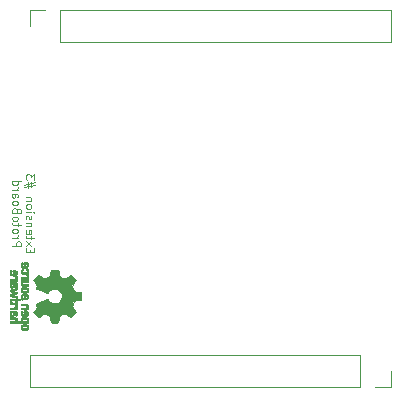
<source format=gbo>
G04 #@! TF.FileFunction,Legend,Bot*
%FSLAX46Y46*%
G04 Gerber Fmt 4.6, Leading zero omitted, Abs format (unit mm)*
G04 Created by KiCad (PCBNEW 4.0.7-e2-6376~60~ubuntu17.10.1) date Wed Nov 29 12:47:57 2017*
%MOMM*%
%LPD*%
G01*
G04 APERTURE LIST*
%ADD10C,0.100000*%
%ADD11C,0.010000*%
%ADD12C,0.120000*%
G04 APERTURE END LIST*
D10*
X147310000Y-110598332D02*
X147310000Y-110364999D01*
X146943333Y-110264999D02*
X146943333Y-110598332D01*
X147643333Y-110598332D01*
X147643333Y-110264999D01*
X146943333Y-110031666D02*
X147410000Y-109664999D01*
X147410000Y-110031666D02*
X146943333Y-109664999D01*
X147410000Y-109498332D02*
X147410000Y-109231666D01*
X147643333Y-109398332D02*
X147043333Y-109398332D01*
X146976667Y-109364999D01*
X146943333Y-109298332D01*
X146943333Y-109231666D01*
X146976667Y-108731666D02*
X146943333Y-108798332D01*
X146943333Y-108931666D01*
X146976667Y-108998332D01*
X147043333Y-109031666D01*
X147310000Y-109031666D01*
X147376667Y-108998332D01*
X147410000Y-108931666D01*
X147410000Y-108798332D01*
X147376667Y-108731666D01*
X147310000Y-108698332D01*
X147243333Y-108698332D01*
X147176667Y-109031666D01*
X147410000Y-108398332D02*
X146943333Y-108398332D01*
X147343333Y-108398332D02*
X147376667Y-108364999D01*
X147410000Y-108298332D01*
X147410000Y-108198332D01*
X147376667Y-108131666D01*
X147310000Y-108098332D01*
X146943333Y-108098332D01*
X146976667Y-107798333D02*
X146943333Y-107731666D01*
X146943333Y-107598333D01*
X146976667Y-107531666D01*
X147043333Y-107498333D01*
X147076667Y-107498333D01*
X147143333Y-107531666D01*
X147176667Y-107598333D01*
X147176667Y-107698333D01*
X147210000Y-107764999D01*
X147276667Y-107798333D01*
X147310000Y-107798333D01*
X147376667Y-107764999D01*
X147410000Y-107698333D01*
X147410000Y-107598333D01*
X147376667Y-107531666D01*
X146943333Y-107198332D02*
X147410000Y-107198332D01*
X147643333Y-107198332D02*
X147610000Y-107231666D01*
X147576667Y-107198332D01*
X147610000Y-107164999D01*
X147643333Y-107198332D01*
X147576667Y-107198332D01*
X146943333Y-106764999D02*
X146976667Y-106831666D01*
X147010000Y-106864999D01*
X147076667Y-106898333D01*
X147276667Y-106898333D01*
X147343333Y-106864999D01*
X147376667Y-106831666D01*
X147410000Y-106764999D01*
X147410000Y-106664999D01*
X147376667Y-106598333D01*
X147343333Y-106564999D01*
X147276667Y-106531666D01*
X147076667Y-106531666D01*
X147010000Y-106564999D01*
X146976667Y-106598333D01*
X146943333Y-106664999D01*
X146943333Y-106764999D01*
X147410000Y-106231666D02*
X146943333Y-106231666D01*
X147343333Y-106231666D02*
X147376667Y-106198333D01*
X147410000Y-106131666D01*
X147410000Y-106031666D01*
X147376667Y-105965000D01*
X147310000Y-105931666D01*
X146943333Y-105931666D01*
X147410000Y-105098334D02*
X147410000Y-104598334D01*
X147710000Y-104898334D02*
X146810000Y-105098334D01*
X147110000Y-104665000D02*
X147110000Y-105165000D01*
X146810000Y-104865000D02*
X147710000Y-104665000D01*
X147643333Y-104431667D02*
X147643333Y-103998334D01*
X147376667Y-104231667D01*
X147376667Y-104131667D01*
X147343333Y-104065000D01*
X147310000Y-104031667D01*
X147243333Y-103998334D01*
X147076667Y-103998334D01*
X147010000Y-104031667D01*
X146976667Y-104065000D01*
X146943333Y-104131667D01*
X146943333Y-104331667D01*
X146976667Y-104398334D01*
X147010000Y-104431667D01*
X145793333Y-110064998D02*
X146493333Y-110064998D01*
X146493333Y-109798332D01*
X146460000Y-109731665D01*
X146426667Y-109698332D01*
X146360000Y-109664998D01*
X146260000Y-109664998D01*
X146193333Y-109698332D01*
X146160000Y-109731665D01*
X146126667Y-109798332D01*
X146126667Y-110064998D01*
X145793333Y-109364998D02*
X146260000Y-109364998D01*
X146126667Y-109364998D02*
X146193333Y-109331665D01*
X146226667Y-109298332D01*
X146260000Y-109231665D01*
X146260000Y-109164998D01*
X145793333Y-108831665D02*
X145826667Y-108898332D01*
X145860000Y-108931665D01*
X145926667Y-108964999D01*
X146126667Y-108964999D01*
X146193333Y-108931665D01*
X146226667Y-108898332D01*
X146260000Y-108831665D01*
X146260000Y-108731665D01*
X146226667Y-108664999D01*
X146193333Y-108631665D01*
X146126667Y-108598332D01*
X145926667Y-108598332D01*
X145860000Y-108631665D01*
X145826667Y-108664999D01*
X145793333Y-108731665D01*
X145793333Y-108831665D01*
X146260000Y-108398332D02*
X146260000Y-108131666D01*
X146493333Y-108298332D02*
X145893333Y-108298332D01*
X145826667Y-108264999D01*
X145793333Y-108198332D01*
X145793333Y-108131666D01*
X145793333Y-107798332D02*
X145826667Y-107864999D01*
X145860000Y-107898332D01*
X145926667Y-107931666D01*
X146126667Y-107931666D01*
X146193333Y-107898332D01*
X146226667Y-107864999D01*
X146260000Y-107798332D01*
X146260000Y-107698332D01*
X146226667Y-107631666D01*
X146193333Y-107598332D01*
X146126667Y-107564999D01*
X145926667Y-107564999D01*
X145860000Y-107598332D01*
X145826667Y-107631666D01*
X145793333Y-107698332D01*
X145793333Y-107798332D01*
X146160000Y-107031666D02*
X146126667Y-106931666D01*
X146093333Y-106898333D01*
X146026667Y-106864999D01*
X145926667Y-106864999D01*
X145860000Y-106898333D01*
X145826667Y-106931666D01*
X145793333Y-106998333D01*
X145793333Y-107264999D01*
X146493333Y-107264999D01*
X146493333Y-107031666D01*
X146460000Y-106964999D01*
X146426667Y-106931666D01*
X146360000Y-106898333D01*
X146293333Y-106898333D01*
X146226667Y-106931666D01*
X146193333Y-106964999D01*
X146160000Y-107031666D01*
X146160000Y-107264999D01*
X145793333Y-106464999D02*
X145826667Y-106531666D01*
X145860000Y-106564999D01*
X145926667Y-106598333D01*
X146126667Y-106598333D01*
X146193333Y-106564999D01*
X146226667Y-106531666D01*
X146260000Y-106464999D01*
X146260000Y-106364999D01*
X146226667Y-106298333D01*
X146193333Y-106264999D01*
X146126667Y-106231666D01*
X145926667Y-106231666D01*
X145860000Y-106264999D01*
X145826667Y-106298333D01*
X145793333Y-106364999D01*
X145793333Y-106464999D01*
X145793333Y-105631666D02*
X146160000Y-105631666D01*
X146226667Y-105665000D01*
X146260000Y-105731666D01*
X146260000Y-105865000D01*
X146226667Y-105931666D01*
X145826667Y-105631666D02*
X145793333Y-105698333D01*
X145793333Y-105865000D01*
X145826667Y-105931666D01*
X145893333Y-105965000D01*
X145960000Y-105965000D01*
X146026667Y-105931666D01*
X146060000Y-105865000D01*
X146060000Y-105698333D01*
X146093333Y-105631666D01*
X145793333Y-105298333D02*
X146260000Y-105298333D01*
X146126667Y-105298333D02*
X146193333Y-105265000D01*
X146226667Y-105231667D01*
X146260000Y-105165000D01*
X146260000Y-105098333D01*
X145793333Y-104565000D02*
X146493333Y-104565000D01*
X145826667Y-104565000D02*
X145793333Y-104631667D01*
X145793333Y-104765000D01*
X145826667Y-104831667D01*
X145860000Y-104865000D01*
X145926667Y-104898334D01*
X146126667Y-104898334D01*
X146193333Y-104865000D01*
X146226667Y-104831667D01*
X146260000Y-104765000D01*
X146260000Y-104631667D01*
X146226667Y-104565000D01*
D11*
G36*
X147120816Y-116208759D02*
X147107718Y-116182247D01*
X147084894Y-116149553D01*
X147060004Y-116125725D01*
X147028751Y-116109406D01*
X146986834Y-116099240D01*
X146929956Y-116093872D01*
X146853816Y-116091944D01*
X146821083Y-116091831D01*
X146749344Y-116092161D01*
X146698073Y-116093527D01*
X146662596Y-116096500D01*
X146638237Y-116101649D01*
X146620320Y-116109543D01*
X146608098Y-116117757D01*
X146556095Y-116170187D01*
X146524816Y-116231930D01*
X146515408Y-116298536D01*
X146529020Y-116365558D01*
X146538646Y-116386792D01*
X146565141Y-116437624D01*
X146149948Y-116437624D01*
X146169132Y-116400525D01*
X146183975Y-116351643D01*
X146187778Y-116291561D01*
X146180757Y-116231564D01*
X146164987Y-116186256D01*
X146134953Y-116148675D01*
X146091976Y-116116564D01*
X146087564Y-116114150D01*
X146066779Y-116103967D01*
X146045830Y-116096530D01*
X146020452Y-116091411D01*
X145986382Y-116088181D01*
X145939359Y-116086413D01*
X145875118Y-116085677D01*
X145802824Y-116085544D01*
X145572178Y-116085544D01*
X145572178Y-116223861D01*
X145997467Y-116223861D01*
X146030021Y-116262549D01*
X146056060Y-116302738D01*
X146060795Y-116340797D01*
X146048611Y-116379066D01*
X146036680Y-116399462D01*
X146019687Y-116414642D01*
X145994005Y-116425438D01*
X145956009Y-116432683D01*
X145902074Y-116437208D01*
X145828575Y-116439844D01*
X145779653Y-116440772D01*
X145578465Y-116443911D01*
X145574664Y-116509926D01*
X145570864Y-116575940D01*
X146819350Y-116575940D01*
X146819350Y-116437624D01*
X146749746Y-116434097D01*
X146701431Y-116422215D01*
X146671369Y-116400020D01*
X146656529Y-116365559D01*
X146653564Y-116330742D01*
X146656972Y-116291329D01*
X146670383Y-116265171D01*
X146688104Y-116248814D01*
X146707165Y-116235937D01*
X146728399Y-116228272D01*
X146758151Y-116224861D01*
X146802764Y-116224749D01*
X146840120Y-116225897D01*
X146896396Y-116228532D01*
X146933342Y-116232456D01*
X146956777Y-116239063D01*
X146972520Y-116249749D01*
X146981620Y-116259833D01*
X147001463Y-116301970D01*
X147004668Y-116351840D01*
X146997832Y-116380476D01*
X146973536Y-116408828D01*
X146926272Y-116427609D01*
X146856376Y-116436712D01*
X146819350Y-116437624D01*
X146819350Y-116575940D01*
X147131386Y-116575940D01*
X147131386Y-116506782D01*
X147129744Y-116465260D01*
X147123913Y-116443838D01*
X147112539Y-116437626D01*
X147112202Y-116437624D01*
X147101062Y-116434742D01*
X147102327Y-116422030D01*
X147114567Y-116396757D01*
X147133293Y-116337869D01*
X147135261Y-116271615D01*
X147120816Y-116208759D01*
X147120816Y-116208759D01*
G37*
X147120816Y-116208759D02*
X147107718Y-116182247D01*
X147084894Y-116149553D01*
X147060004Y-116125725D01*
X147028751Y-116109406D01*
X146986834Y-116099240D01*
X146929956Y-116093872D01*
X146853816Y-116091944D01*
X146821083Y-116091831D01*
X146749344Y-116092161D01*
X146698073Y-116093527D01*
X146662596Y-116096500D01*
X146638237Y-116101649D01*
X146620320Y-116109543D01*
X146608098Y-116117757D01*
X146556095Y-116170187D01*
X146524816Y-116231930D01*
X146515408Y-116298536D01*
X146529020Y-116365558D01*
X146538646Y-116386792D01*
X146565141Y-116437624D01*
X146149948Y-116437624D01*
X146169132Y-116400525D01*
X146183975Y-116351643D01*
X146187778Y-116291561D01*
X146180757Y-116231564D01*
X146164987Y-116186256D01*
X146134953Y-116148675D01*
X146091976Y-116116564D01*
X146087564Y-116114150D01*
X146066779Y-116103967D01*
X146045830Y-116096530D01*
X146020452Y-116091411D01*
X145986382Y-116088181D01*
X145939359Y-116086413D01*
X145875118Y-116085677D01*
X145802824Y-116085544D01*
X145572178Y-116085544D01*
X145572178Y-116223861D01*
X145997467Y-116223861D01*
X146030021Y-116262549D01*
X146056060Y-116302738D01*
X146060795Y-116340797D01*
X146048611Y-116379066D01*
X146036680Y-116399462D01*
X146019687Y-116414642D01*
X145994005Y-116425438D01*
X145956009Y-116432683D01*
X145902074Y-116437208D01*
X145828575Y-116439844D01*
X145779653Y-116440772D01*
X145578465Y-116443911D01*
X145574664Y-116509926D01*
X145570864Y-116575940D01*
X146819350Y-116575940D01*
X146819350Y-116437624D01*
X146749746Y-116434097D01*
X146701431Y-116422215D01*
X146671369Y-116400020D01*
X146656529Y-116365559D01*
X146653564Y-116330742D01*
X146656972Y-116291329D01*
X146670383Y-116265171D01*
X146688104Y-116248814D01*
X146707165Y-116235937D01*
X146728399Y-116228272D01*
X146758151Y-116224861D01*
X146802764Y-116224749D01*
X146840120Y-116225897D01*
X146896396Y-116228532D01*
X146933342Y-116232456D01*
X146956777Y-116239063D01*
X146972520Y-116249749D01*
X146981620Y-116259833D01*
X147001463Y-116301970D01*
X147004668Y-116351840D01*
X146997832Y-116380476D01*
X146973536Y-116408828D01*
X146926272Y-116427609D01*
X146856376Y-116436712D01*
X146819350Y-116437624D01*
X146819350Y-116575940D01*
X147131386Y-116575940D01*
X147131386Y-116506782D01*
X147129744Y-116465260D01*
X147123913Y-116443838D01*
X147112539Y-116437626D01*
X147112202Y-116437624D01*
X147101062Y-116434742D01*
X147102327Y-116422030D01*
X147114567Y-116396757D01*
X147133293Y-116337869D01*
X147135261Y-116271615D01*
X147120816Y-116208759D01*
G36*
X146183445Y-115684210D02*
X146167661Y-115625055D01*
X146139052Y-115580023D01*
X146101581Y-115548246D01*
X146085589Y-115538366D01*
X146068837Y-115531073D01*
X146047408Y-115525974D01*
X146017384Y-115522679D01*
X145974846Y-115520797D01*
X145915878Y-115519937D01*
X145836560Y-115519707D01*
X145815516Y-115519703D01*
X145572178Y-115519703D01*
X145572178Y-115580059D01*
X145574874Y-115618557D01*
X145581705Y-115647023D01*
X145585917Y-115654155D01*
X145593187Y-115673652D01*
X145585917Y-115693566D01*
X145576840Y-115726353D01*
X145573187Y-115773978D01*
X145574772Y-115826764D01*
X145581411Y-115875036D01*
X145589928Y-115903218D01*
X145624937Y-115957753D01*
X145673521Y-115991835D01*
X145738118Y-116007157D01*
X145739777Y-116007299D01*
X145768434Y-116005955D01*
X145768434Y-115884356D01*
X145735839Y-115873726D01*
X145717495Y-115856410D01*
X145703621Y-115821652D01*
X145698083Y-115775773D01*
X145700809Y-115728988D01*
X145711726Y-115691514D01*
X145718731Y-115681015D01*
X145751096Y-115662668D01*
X145787889Y-115658020D01*
X145836237Y-115658020D01*
X145836237Y-115727582D01*
X145831150Y-115793667D01*
X145816737Y-115843764D01*
X145794271Y-115874929D01*
X145768434Y-115884356D01*
X145768434Y-116005955D01*
X145810353Y-116003987D01*
X145866155Y-115980710D01*
X145908353Y-115936948D01*
X145912192Y-115930899D01*
X145924691Y-115904907D01*
X145932260Y-115872735D01*
X145935939Y-115827760D01*
X145936784Y-115774331D01*
X145936831Y-115658020D01*
X145985589Y-115658020D01*
X146023419Y-115662953D01*
X146048764Y-115675543D01*
X146050113Y-115677017D01*
X146061200Y-115705034D01*
X146065497Y-115747326D01*
X146063385Y-115794064D01*
X146055244Y-115835418D01*
X146043035Y-115859957D01*
X146033254Y-115873253D01*
X146031387Y-115887294D01*
X146039400Y-115906671D01*
X146059261Y-115935976D01*
X146092937Y-115979803D01*
X146096091Y-115983825D01*
X146107764Y-115981764D01*
X146127178Y-115964568D01*
X146148752Y-115938433D01*
X146166904Y-115909552D01*
X146171191Y-115900478D01*
X146179744Y-115867380D01*
X146185845Y-115818880D01*
X146188292Y-115764695D01*
X146188297Y-115762161D01*
X146183445Y-115684210D01*
X146183445Y-115684210D01*
G37*
X146183445Y-115684210D02*
X146167661Y-115625055D01*
X146139052Y-115580023D01*
X146101581Y-115548246D01*
X146085589Y-115538366D01*
X146068837Y-115531073D01*
X146047408Y-115525974D01*
X146017384Y-115522679D01*
X145974846Y-115520797D01*
X145915878Y-115519937D01*
X145836560Y-115519707D01*
X145815516Y-115519703D01*
X145572178Y-115519703D01*
X145572178Y-115580059D01*
X145574874Y-115618557D01*
X145581705Y-115647023D01*
X145585917Y-115654155D01*
X145593187Y-115673652D01*
X145585917Y-115693566D01*
X145576840Y-115726353D01*
X145573187Y-115773978D01*
X145574772Y-115826764D01*
X145581411Y-115875036D01*
X145589928Y-115903218D01*
X145624937Y-115957753D01*
X145673521Y-115991835D01*
X145738118Y-116007157D01*
X145739777Y-116007299D01*
X145768434Y-116005955D01*
X145768434Y-115884356D01*
X145735839Y-115873726D01*
X145717495Y-115856410D01*
X145703621Y-115821652D01*
X145698083Y-115775773D01*
X145700809Y-115728988D01*
X145711726Y-115691514D01*
X145718731Y-115681015D01*
X145751096Y-115662668D01*
X145787889Y-115658020D01*
X145836237Y-115658020D01*
X145836237Y-115727582D01*
X145831150Y-115793667D01*
X145816737Y-115843764D01*
X145794271Y-115874929D01*
X145768434Y-115884356D01*
X145768434Y-116005955D01*
X145810353Y-116003987D01*
X145866155Y-115980710D01*
X145908353Y-115936948D01*
X145912192Y-115930899D01*
X145924691Y-115904907D01*
X145932260Y-115872735D01*
X145935939Y-115827760D01*
X145936784Y-115774331D01*
X145936831Y-115658020D01*
X145985589Y-115658020D01*
X146023419Y-115662953D01*
X146048764Y-115675543D01*
X146050113Y-115677017D01*
X146061200Y-115705034D01*
X146065497Y-115747326D01*
X146063385Y-115794064D01*
X146055244Y-115835418D01*
X146043035Y-115859957D01*
X146033254Y-115873253D01*
X146031387Y-115887294D01*
X146039400Y-115906671D01*
X146059261Y-115935976D01*
X146092937Y-115979803D01*
X146096091Y-115983825D01*
X146107764Y-115981764D01*
X146127178Y-115964568D01*
X146148752Y-115938433D01*
X146166904Y-115909552D01*
X146171191Y-115900478D01*
X146179744Y-115867380D01*
X146185845Y-115818880D01*
X146188292Y-115764695D01*
X146188297Y-115762161D01*
X146183445Y-115684210D01*
G36*
X146186980Y-115293356D02*
X146181340Y-115274539D01*
X146168947Y-115268473D01*
X146163353Y-115268218D01*
X146147770Y-115267129D01*
X146145324Y-115259632D01*
X146156007Y-115239381D01*
X146163306Y-115227351D01*
X146178937Y-115189400D01*
X146186666Y-115144072D01*
X146187260Y-115096544D01*
X146181487Y-115051995D01*
X146170116Y-115015602D01*
X146153912Y-114992543D01*
X146133645Y-114987996D01*
X146128157Y-114990291D01*
X146105374Y-115007020D01*
X146077353Y-115032963D01*
X146072823Y-115037655D01*
X146051995Y-115062383D01*
X146045265Y-115083718D01*
X146049962Y-115113555D01*
X146053083Y-115125508D01*
X146060579Y-115162705D01*
X146057208Y-115188859D01*
X146045319Y-115210946D01*
X146029365Y-115231178D01*
X146009300Y-115246079D01*
X145981298Y-115256434D01*
X145941533Y-115263029D01*
X145886177Y-115266649D01*
X145811406Y-115268078D01*
X145766260Y-115268218D01*
X145572178Y-115268218D01*
X145572178Y-115393960D01*
X146188317Y-115393960D01*
X146188317Y-115331089D01*
X146186980Y-115293356D01*
X146186980Y-115293356D01*
G37*
X146186980Y-115293356D02*
X146181340Y-115274539D01*
X146168947Y-115268473D01*
X146163353Y-115268218D01*
X146147770Y-115267129D01*
X146145324Y-115259632D01*
X146156007Y-115239381D01*
X146163306Y-115227351D01*
X146178937Y-115189400D01*
X146186666Y-115144072D01*
X146187260Y-115096544D01*
X146181487Y-115051995D01*
X146170116Y-115015602D01*
X146153912Y-114992543D01*
X146133645Y-114987996D01*
X146128157Y-114990291D01*
X146105374Y-115007020D01*
X146077353Y-115032963D01*
X146072823Y-115037655D01*
X146051995Y-115062383D01*
X146045265Y-115083718D01*
X146049962Y-115113555D01*
X146053083Y-115125508D01*
X146060579Y-115162705D01*
X146057208Y-115188859D01*
X146045319Y-115210946D01*
X146029365Y-115231178D01*
X146009300Y-115246079D01*
X145981298Y-115256434D01*
X145941533Y-115263029D01*
X145886177Y-115266649D01*
X145811406Y-115268078D01*
X145766260Y-115268218D01*
X145572178Y-115268218D01*
X145572178Y-115393960D01*
X146188317Y-115393960D01*
X146188317Y-115331089D01*
X146186980Y-115293356D01*
G36*
X145572178Y-114501188D02*
X145572178Y-114570346D01*
X145573355Y-114610488D01*
X145578228Y-114631394D01*
X145588814Y-114638922D01*
X145595971Y-114639505D01*
X145610324Y-114640774D01*
X145613077Y-114648779D01*
X145604229Y-114669815D01*
X145595971Y-114686173D01*
X145576403Y-114748977D01*
X145575271Y-114817248D01*
X145589865Y-114872752D01*
X145625123Y-114924438D01*
X145677165Y-114963838D01*
X145738550Y-114985413D01*
X145741982Y-114985962D01*
X145779429Y-114989167D01*
X145833187Y-114990761D01*
X145873845Y-114990633D01*
X145873845Y-114853279D01*
X145819806Y-114850097D01*
X145775265Y-114842859D01*
X145750112Y-114833060D01*
X145715740Y-114795989D01*
X145703418Y-114751974D01*
X145713382Y-114706584D01*
X145743105Y-114667797D01*
X145763095Y-114653108D01*
X145786950Y-114644519D01*
X145821770Y-114640496D01*
X145874070Y-114639505D01*
X145925861Y-114641278D01*
X145971366Y-114645963D01*
X146001819Y-114652603D01*
X146004548Y-114653710D01*
X146037000Y-114680491D01*
X146054817Y-114719579D01*
X146057694Y-114763315D01*
X146045326Y-114804038D01*
X146017407Y-114834087D01*
X146011852Y-114837204D01*
X145977978Y-114846961D01*
X145929272Y-114852277D01*
X145873845Y-114853279D01*
X145873845Y-114990633D01*
X145894460Y-114990568D01*
X145927437Y-114989664D01*
X146009019Y-114983514D01*
X146070270Y-114970733D01*
X146115551Y-114949471D01*
X146149221Y-114917878D01*
X146168986Y-114887207D01*
X146182880Y-114844354D01*
X146187646Y-114791056D01*
X146183764Y-114736480D01*
X146171718Y-114689792D01*
X146157307Y-114665124D01*
X146134122Y-114639505D01*
X146427227Y-114639505D01*
X146427227Y-114501188D01*
X145572178Y-114501188D01*
X145572178Y-114501188D01*
G37*
X145572178Y-114501188D02*
X145572178Y-114570346D01*
X145573355Y-114610488D01*
X145578228Y-114631394D01*
X145588814Y-114638922D01*
X145595971Y-114639505D01*
X145610324Y-114640774D01*
X145613077Y-114648779D01*
X145604229Y-114669815D01*
X145595971Y-114686173D01*
X145576403Y-114748977D01*
X145575271Y-114817248D01*
X145589865Y-114872752D01*
X145625123Y-114924438D01*
X145677165Y-114963838D01*
X145738550Y-114985413D01*
X145741982Y-114985962D01*
X145779429Y-114989167D01*
X145833187Y-114990761D01*
X145873845Y-114990633D01*
X145873845Y-114853279D01*
X145819806Y-114850097D01*
X145775265Y-114842859D01*
X145750112Y-114833060D01*
X145715740Y-114795989D01*
X145703418Y-114751974D01*
X145713382Y-114706584D01*
X145743105Y-114667797D01*
X145763095Y-114653108D01*
X145786950Y-114644519D01*
X145821770Y-114640496D01*
X145874070Y-114639505D01*
X145925861Y-114641278D01*
X145971366Y-114645963D01*
X146001819Y-114652603D01*
X146004548Y-114653710D01*
X146037000Y-114680491D01*
X146054817Y-114719579D01*
X146057694Y-114763315D01*
X146045326Y-114804038D01*
X146017407Y-114834087D01*
X146011852Y-114837204D01*
X145977978Y-114846961D01*
X145929272Y-114852277D01*
X145873845Y-114853279D01*
X145873845Y-114990633D01*
X145894460Y-114990568D01*
X145927437Y-114989664D01*
X146009019Y-114983514D01*
X146070270Y-114970733D01*
X146115551Y-114949471D01*
X146149221Y-114917878D01*
X146168986Y-114887207D01*
X146182880Y-114844354D01*
X146187646Y-114791056D01*
X146183764Y-114736480D01*
X146171718Y-114689792D01*
X146157307Y-114665124D01*
X146134122Y-114639505D01*
X146427227Y-114639505D01*
X146427227Y-114501188D01*
X145572178Y-114501188D01*
G36*
X146185763Y-114018476D02*
X146182029Y-113968745D01*
X145792227Y-113838709D01*
X145861386Y-113818322D01*
X145904126Y-113806054D01*
X145961885Y-113789915D01*
X146025375Y-113772488D01*
X146059430Y-113763274D01*
X146188317Y-113728612D01*
X146188317Y-113585609D01*
X146053143Y-113628354D01*
X145986658Y-113649404D01*
X145906461Y-113674833D01*
X145822807Y-113701390D01*
X145748218Y-113725098D01*
X145578465Y-113779098D01*
X145574672Y-113837402D01*
X145570878Y-113895705D01*
X145675266Y-113927321D01*
X145740111Y-113946818D01*
X145811600Y-113968096D01*
X145874737Y-113986692D01*
X145877250Y-113987426D01*
X145920031Y-114001316D01*
X145949221Y-114013571D01*
X145960259Y-114022154D01*
X145958982Y-114023918D01*
X145941870Y-114030109D01*
X145905213Y-114041872D01*
X145853622Y-114057775D01*
X145791706Y-114076386D01*
X145757648Y-114086457D01*
X145572178Y-114140993D01*
X145572178Y-114256736D01*
X145864529Y-114349263D01*
X145946538Y-114375256D01*
X146021013Y-114398934D01*
X146084456Y-114419180D01*
X146133368Y-114434874D01*
X146164251Y-114444898D01*
X146173274Y-114447945D01*
X146182513Y-114445533D01*
X146186559Y-114426592D01*
X146186154Y-114387177D01*
X146185848Y-114381007D01*
X146182029Y-114307914D01*
X146005990Y-114260043D01*
X145941789Y-114242447D01*
X145885351Y-114226723D01*
X145841578Y-114214254D01*
X145815370Y-114206426D01*
X145811097Y-114204980D01*
X145816010Y-114198986D01*
X145841468Y-114186899D01*
X145884003Y-114170107D01*
X145940150Y-114149997D01*
X145990870Y-114132997D01*
X146189496Y-114068206D01*
X146185763Y-114018476D01*
X146185763Y-114018476D01*
G37*
X146185763Y-114018476D02*
X146182029Y-113968745D01*
X145792227Y-113838709D01*
X145861386Y-113818322D01*
X145904126Y-113806054D01*
X145961885Y-113789915D01*
X146025375Y-113772488D01*
X146059430Y-113763274D01*
X146188317Y-113728612D01*
X146188317Y-113585609D01*
X146053143Y-113628354D01*
X145986658Y-113649404D01*
X145906461Y-113674833D01*
X145822807Y-113701390D01*
X145748218Y-113725098D01*
X145578465Y-113779098D01*
X145574672Y-113837402D01*
X145570878Y-113895705D01*
X145675266Y-113927321D01*
X145740111Y-113946818D01*
X145811600Y-113968096D01*
X145874737Y-113986692D01*
X145877250Y-113987426D01*
X145920031Y-114001316D01*
X145949221Y-114013571D01*
X145960259Y-114022154D01*
X145958982Y-114023918D01*
X145941870Y-114030109D01*
X145905213Y-114041872D01*
X145853622Y-114057775D01*
X145791706Y-114076386D01*
X145757648Y-114086457D01*
X145572178Y-114140993D01*
X145572178Y-114256736D01*
X145864529Y-114349263D01*
X145946538Y-114375256D01*
X146021013Y-114398934D01*
X146084456Y-114419180D01*
X146133368Y-114434874D01*
X146164251Y-114444898D01*
X146173274Y-114447945D01*
X146182513Y-114445533D01*
X146186559Y-114426592D01*
X146186154Y-114387177D01*
X146185848Y-114381007D01*
X146182029Y-114307914D01*
X146005990Y-114260043D01*
X145941789Y-114242447D01*
X145885351Y-114226723D01*
X145841578Y-114214254D01*
X145815370Y-114206426D01*
X145811097Y-114204980D01*
X145816010Y-114198986D01*
X145841468Y-114186899D01*
X145884003Y-114170107D01*
X145940150Y-114149997D01*
X145990870Y-114132997D01*
X146189496Y-114068206D01*
X146185763Y-114018476D01*
G36*
X146184583Y-113261589D02*
X146171710Y-113208589D01*
X146164890Y-113193269D01*
X146147026Y-113163572D01*
X146126907Y-113140780D01*
X146101038Y-113123917D01*
X146065927Y-113112002D01*
X146018080Y-113104058D01*
X145954004Y-113099106D01*
X145870206Y-113096169D01*
X145814232Y-113095053D01*
X145572178Y-113090948D01*
X145572178Y-113161068D01*
X145573962Y-113203607D01*
X145580058Y-113225524D01*
X145590294Y-113231188D01*
X145601363Y-113234179D01*
X145599246Y-113247549D01*
X145590371Y-113265767D01*
X145576767Y-113311376D01*
X145573101Y-113369993D01*
X145579097Y-113431646D01*
X145594479Y-113486362D01*
X145596614Y-113491270D01*
X145631745Y-113541277D01*
X145680581Y-113574244D01*
X145737667Y-113589413D01*
X145758176Y-113588254D01*
X145758176Y-113464492D01*
X145730575Y-113453587D01*
X145710796Y-113421255D01*
X145700181Y-113369090D01*
X145698772Y-113341213D01*
X145702380Y-113294753D01*
X145716403Y-113263871D01*
X145723069Y-113256336D01*
X145759334Y-113235924D01*
X145792227Y-113231188D01*
X145836237Y-113231188D01*
X145836237Y-113292487D01*
X145832605Y-113363744D01*
X145821182Y-113413724D01*
X145801176Y-113445304D01*
X145792257Y-113452374D01*
X145758176Y-113464492D01*
X145758176Y-113588254D01*
X145797544Y-113586029D01*
X145854756Y-113563337D01*
X145893420Y-113532376D01*
X145910136Y-113513624D01*
X145921122Y-113495267D01*
X145927820Y-113471381D01*
X145931674Y-113436043D01*
X145934127Y-113383331D01*
X145934832Y-113362423D01*
X145939121Y-113231188D01*
X145978842Y-113231380D01*
X146020595Y-113236463D01*
X146045842Y-113254838D01*
X146061970Y-113291961D01*
X146062258Y-113292957D01*
X146068600Y-113345590D01*
X146060316Y-113397094D01*
X146040173Y-113435370D01*
X146030227Y-113450728D01*
X146031603Y-113467270D01*
X146046013Y-113492725D01*
X146056183Y-113507672D01*
X146077912Y-113536909D01*
X146094200Y-113555020D01*
X146098863Y-113557926D01*
X146122995Y-113545960D01*
X146151815Y-113510604D01*
X146161539Y-113495247D01*
X146178286Y-113451099D01*
X146187773Y-113391602D01*
X146189905Y-113325513D01*
X146184583Y-113261589D01*
X146184583Y-113261589D01*
G37*
X146184583Y-113261589D02*
X146171710Y-113208589D01*
X146164890Y-113193269D01*
X146147026Y-113163572D01*
X146126907Y-113140780D01*
X146101038Y-113123917D01*
X146065927Y-113112002D01*
X146018080Y-113104058D01*
X145954004Y-113099106D01*
X145870206Y-113096169D01*
X145814232Y-113095053D01*
X145572178Y-113090948D01*
X145572178Y-113161068D01*
X145573962Y-113203607D01*
X145580058Y-113225524D01*
X145590294Y-113231188D01*
X145601363Y-113234179D01*
X145599246Y-113247549D01*
X145590371Y-113265767D01*
X145576767Y-113311376D01*
X145573101Y-113369993D01*
X145579097Y-113431646D01*
X145594479Y-113486362D01*
X145596614Y-113491270D01*
X145631745Y-113541277D01*
X145680581Y-113574244D01*
X145737667Y-113589413D01*
X145758176Y-113588254D01*
X145758176Y-113464492D01*
X145730575Y-113453587D01*
X145710796Y-113421255D01*
X145700181Y-113369090D01*
X145698772Y-113341213D01*
X145702380Y-113294753D01*
X145716403Y-113263871D01*
X145723069Y-113256336D01*
X145759334Y-113235924D01*
X145792227Y-113231188D01*
X145836237Y-113231188D01*
X145836237Y-113292487D01*
X145832605Y-113363744D01*
X145821182Y-113413724D01*
X145801176Y-113445304D01*
X145792257Y-113452374D01*
X145758176Y-113464492D01*
X145758176Y-113588254D01*
X145797544Y-113586029D01*
X145854756Y-113563337D01*
X145893420Y-113532376D01*
X145910136Y-113513624D01*
X145921122Y-113495267D01*
X145927820Y-113471381D01*
X145931674Y-113436043D01*
X145934127Y-113383331D01*
X145934832Y-113362423D01*
X145939121Y-113231188D01*
X145978842Y-113231380D01*
X146020595Y-113236463D01*
X146045842Y-113254838D01*
X146061970Y-113291961D01*
X146062258Y-113292957D01*
X146068600Y-113345590D01*
X146060316Y-113397094D01*
X146040173Y-113435370D01*
X146030227Y-113450728D01*
X146031603Y-113467270D01*
X146046013Y-113492725D01*
X146056183Y-113507672D01*
X146077912Y-113536909D01*
X146094200Y-113555020D01*
X146098863Y-113557926D01*
X146122995Y-113545960D01*
X146151815Y-113510604D01*
X146161539Y-113495247D01*
X146178286Y-113451099D01*
X146187773Y-113391602D01*
X146189905Y-113325513D01*
X146184583Y-113261589D01*
G36*
X146188514Y-112664745D02*
X146178985Y-112616405D01*
X146164875Y-112588886D01*
X146141432Y-112559936D01*
X146089429Y-112601124D01*
X146057936Y-112626518D01*
X146042572Y-112643762D01*
X146040224Y-112660898D01*
X146047783Y-112685973D01*
X146052059Y-112697743D01*
X146058369Y-112745730D01*
X146044844Y-112789676D01*
X146014290Y-112821940D01*
X146004548Y-112827181D01*
X145978742Y-112832888D01*
X145931183Y-112837294D01*
X145865242Y-112840189D01*
X145784290Y-112841369D01*
X145772774Y-112841386D01*
X145572178Y-112841386D01*
X145572178Y-112979703D01*
X146188317Y-112979703D01*
X146188317Y-112910544D01*
X146187275Y-112870667D01*
X146182642Y-112849893D01*
X146172151Y-112842211D01*
X146162255Y-112841386D01*
X146136194Y-112841386D01*
X146162255Y-112808255D01*
X146180035Y-112770265D01*
X146188826Y-112719230D01*
X146188514Y-112664745D01*
X146188514Y-112664745D01*
G37*
X146188514Y-112664745D02*
X146178985Y-112616405D01*
X146164875Y-112588886D01*
X146141432Y-112559936D01*
X146089429Y-112601124D01*
X146057936Y-112626518D01*
X146042572Y-112643762D01*
X146040224Y-112660898D01*
X146047783Y-112685973D01*
X146052059Y-112697743D01*
X146058369Y-112745730D01*
X146044844Y-112789676D01*
X146014290Y-112821940D01*
X146004548Y-112827181D01*
X145978742Y-112832888D01*
X145931183Y-112837294D01*
X145865242Y-112840189D01*
X145784290Y-112841369D01*
X145772774Y-112841386D01*
X145572178Y-112841386D01*
X145572178Y-112979703D01*
X146188317Y-112979703D01*
X146188317Y-112910544D01*
X146187275Y-112870667D01*
X146182642Y-112849893D01*
X146172151Y-112842211D01*
X146162255Y-112841386D01*
X146136194Y-112841386D01*
X146162255Y-112808255D01*
X146180035Y-112770265D01*
X146188826Y-112719230D01*
X146188514Y-112664745D01*
G36*
X146185030Y-112267419D02*
X146169403Y-112207315D01*
X146137152Y-112156979D01*
X146113060Y-112132607D01*
X146056105Y-112092655D01*
X145990035Y-112069758D01*
X145908818Y-112061892D01*
X145902252Y-112061852D01*
X145836237Y-112061782D01*
X145836237Y-112441736D01*
X145801658Y-112433637D01*
X145770341Y-112419013D01*
X145737709Y-112393419D01*
X145732500Y-112388065D01*
X145704306Y-112342057D01*
X145699525Y-112289590D01*
X145718074Y-112229197D01*
X145723069Y-112218960D01*
X145738255Y-112187561D01*
X145746906Y-112166530D01*
X145747707Y-112162861D01*
X145739937Y-112150052D01*
X145720928Y-112125622D01*
X145710540Y-112113221D01*
X145686679Y-112087524D01*
X145670923Y-112079085D01*
X145656429Y-112084942D01*
X145652466Y-112088072D01*
X145635121Y-112109275D01*
X145614041Y-112144262D01*
X145601735Y-112168663D01*
X145580054Y-112237928D01*
X145573029Y-112314612D01*
X145581353Y-112387235D01*
X145587314Y-112407574D01*
X145621048Y-112470524D01*
X145672955Y-112517185D01*
X145743541Y-112547827D01*
X145833308Y-112562718D01*
X145880247Y-112564353D01*
X145948587Y-112559579D01*
X145948587Y-112439010D01*
X145943535Y-112427348D01*
X145939571Y-112396002D01*
X145937232Y-112350429D01*
X145936831Y-112319554D01*
X145937217Y-112264019D01*
X145939025Y-112228967D01*
X145943227Y-112209738D01*
X145950797Y-112201670D01*
X145961782Y-112200099D01*
X145995619Y-112210879D01*
X146029060Y-112238020D01*
X146054728Y-112273723D01*
X146065228Y-112309440D01*
X146055914Y-112357952D01*
X146028987Y-112399947D01*
X145990173Y-112429064D01*
X145948587Y-112439010D01*
X145948587Y-112559579D01*
X145979764Y-112557401D01*
X146059051Y-112535945D01*
X146118737Y-112499530D01*
X146159451Y-112447703D01*
X146181821Y-112380010D01*
X146186129Y-112343338D01*
X146185030Y-112267419D01*
X146185030Y-112267419D01*
G37*
X146185030Y-112267419D02*
X146169403Y-112207315D01*
X146137152Y-112156979D01*
X146113060Y-112132607D01*
X146056105Y-112092655D01*
X145990035Y-112069758D01*
X145908818Y-112061892D01*
X145902252Y-112061852D01*
X145836237Y-112061782D01*
X145836237Y-112441736D01*
X145801658Y-112433637D01*
X145770341Y-112419013D01*
X145737709Y-112393419D01*
X145732500Y-112388065D01*
X145704306Y-112342057D01*
X145699525Y-112289590D01*
X145718074Y-112229197D01*
X145723069Y-112218960D01*
X145738255Y-112187561D01*
X145746906Y-112166530D01*
X145747707Y-112162861D01*
X145739937Y-112150052D01*
X145720928Y-112125622D01*
X145710540Y-112113221D01*
X145686679Y-112087524D01*
X145670923Y-112079085D01*
X145656429Y-112084942D01*
X145652466Y-112088072D01*
X145635121Y-112109275D01*
X145614041Y-112144262D01*
X145601735Y-112168663D01*
X145580054Y-112237928D01*
X145573029Y-112314612D01*
X145581353Y-112387235D01*
X145587314Y-112407574D01*
X145621048Y-112470524D01*
X145672955Y-112517185D01*
X145743541Y-112547827D01*
X145833308Y-112562718D01*
X145880247Y-112564353D01*
X145948587Y-112559579D01*
X145948587Y-112439010D01*
X145943535Y-112427348D01*
X145939571Y-112396002D01*
X145937232Y-112350429D01*
X145936831Y-112319554D01*
X145937217Y-112264019D01*
X145939025Y-112228967D01*
X145943227Y-112209738D01*
X145950797Y-112201670D01*
X145961782Y-112200099D01*
X145995619Y-112210879D01*
X146029060Y-112238020D01*
X146054728Y-112273723D01*
X146065228Y-112309440D01*
X146055914Y-112357952D01*
X146028987Y-112399947D01*
X145990173Y-112429064D01*
X145948587Y-112439010D01*
X145948587Y-112559579D01*
X145979764Y-112557401D01*
X146059051Y-112535945D01*
X146118737Y-112499530D01*
X146159451Y-112447703D01*
X146181821Y-112380010D01*
X146186129Y-112343338D01*
X146185030Y-112267419D01*
G36*
X147124852Y-116838261D02*
X147095769Y-116772479D01*
X147047207Y-116722540D01*
X146979092Y-116688374D01*
X146891349Y-116669907D01*
X146877649Y-116668583D01*
X146781061Y-116667546D01*
X146696398Y-116680993D01*
X146627779Y-116708108D01*
X146605706Y-116722627D01*
X146558989Y-116773201D01*
X146528732Y-116837609D01*
X146516176Y-116909666D01*
X146522561Y-116983185D01*
X146542228Y-117039072D01*
X146575371Y-117087132D01*
X146618825Y-117126412D01*
X146619842Y-117127092D01*
X146646662Y-117143044D01*
X146673632Y-117153410D01*
X146707668Y-117159688D01*
X146755690Y-117163373D01*
X146795069Y-117164997D01*
X146830781Y-117165672D01*
X146830781Y-117039955D01*
X146795230Y-117038726D01*
X146747906Y-117034266D01*
X146717535Y-117026397D01*
X146695928Y-117012207D01*
X146683306Y-116998917D01*
X146656878Y-116951802D01*
X146653347Y-116902505D01*
X146672361Y-116856593D01*
X146693669Y-116833638D01*
X146715141Y-116817096D01*
X146735687Y-116807421D01*
X146762426Y-116803174D01*
X146802477Y-116802920D01*
X146839362Y-116804228D01*
X146892053Y-116807043D01*
X146926228Y-116811505D01*
X146948520Y-116819548D01*
X146965558Y-116833103D01*
X146975297Y-116843845D01*
X147000877Y-116888777D01*
X147002153Y-116937249D01*
X146987001Y-116977894D01*
X146955358Y-117012567D01*
X146903380Y-117033224D01*
X146830781Y-117039955D01*
X146830781Y-117165672D01*
X146873379Y-117166479D01*
X146931944Y-117163948D01*
X146975993Y-117156362D01*
X147010752Y-117142681D01*
X147041449Y-117121865D01*
X147050564Y-117114147D01*
X147095979Y-117065889D01*
X147122507Y-117014128D01*
X147133621Y-116950828D01*
X147134529Y-116919961D01*
X147124852Y-116838261D01*
X147124852Y-116838261D01*
G37*
X147124852Y-116838261D02*
X147095769Y-116772479D01*
X147047207Y-116722540D01*
X146979092Y-116688374D01*
X146891349Y-116669907D01*
X146877649Y-116668583D01*
X146781061Y-116667546D01*
X146696398Y-116680993D01*
X146627779Y-116708108D01*
X146605706Y-116722627D01*
X146558989Y-116773201D01*
X146528732Y-116837609D01*
X146516176Y-116909666D01*
X146522561Y-116983185D01*
X146542228Y-117039072D01*
X146575371Y-117087132D01*
X146618825Y-117126412D01*
X146619842Y-117127092D01*
X146646662Y-117143044D01*
X146673632Y-117153410D01*
X146707668Y-117159688D01*
X146755690Y-117163373D01*
X146795069Y-117164997D01*
X146830781Y-117165672D01*
X146830781Y-117039955D01*
X146795230Y-117038726D01*
X146747906Y-117034266D01*
X146717535Y-117026397D01*
X146695928Y-117012207D01*
X146683306Y-116998917D01*
X146656878Y-116951802D01*
X146653347Y-116902505D01*
X146672361Y-116856593D01*
X146693669Y-116833638D01*
X146715141Y-116817096D01*
X146735687Y-116807421D01*
X146762426Y-116803174D01*
X146802477Y-116802920D01*
X146839362Y-116804228D01*
X146892053Y-116807043D01*
X146926228Y-116811505D01*
X146948520Y-116819548D01*
X146965558Y-116833103D01*
X146975297Y-116843845D01*
X147000877Y-116888777D01*
X147002153Y-116937249D01*
X146987001Y-116977894D01*
X146955358Y-117012567D01*
X146903380Y-117033224D01*
X146830781Y-117039955D01*
X146830781Y-117165672D01*
X146873379Y-117166479D01*
X146931944Y-117163948D01*
X146975993Y-117156362D01*
X147010752Y-117142681D01*
X147041449Y-117121865D01*
X147050564Y-117114147D01*
X147095979Y-117065889D01*
X147122507Y-117014128D01*
X147133621Y-116950828D01*
X147134529Y-116919961D01*
X147124852Y-116838261D01*
G36*
X147117386Y-115656699D02*
X147111486Y-115644168D01*
X147079717Y-115600799D01*
X147033354Y-115559790D01*
X146982304Y-115529168D01*
X146958834Y-115520459D01*
X146916909Y-115512512D01*
X146866243Y-115507774D01*
X146845321Y-115507199D01*
X146779307Y-115507129D01*
X146779307Y-115887083D01*
X146744727Y-115878983D01*
X146703830Y-115859104D01*
X146668486Y-115824347D01*
X146645718Y-115782998D01*
X146640990Y-115756649D01*
X146646727Y-115720916D01*
X146661118Y-115678282D01*
X146667738Y-115663799D01*
X146694487Y-115610240D01*
X146659624Y-115564533D01*
X146636045Y-115538158D01*
X146616583Y-115524124D01*
X146610871Y-115523414D01*
X146597027Y-115535951D01*
X146575988Y-115563428D01*
X146559575Y-115588366D01*
X146530070Y-115655664D01*
X146516716Y-115731110D01*
X146520188Y-115805888D01*
X146538337Y-115865495D01*
X146577216Y-115926941D01*
X146628405Y-115970608D01*
X146694633Y-115997926D01*
X146778629Y-116010322D01*
X146817064Y-116011421D01*
X146905139Y-116007022D01*
X146907701Y-116006482D01*
X146907701Y-115880582D01*
X146899442Y-115877115D01*
X146894887Y-115862863D01*
X146892935Y-115833470D01*
X146892483Y-115784575D01*
X146892475Y-115765748D01*
X146893157Y-115708467D01*
X146895636Y-115672141D01*
X146900557Y-115652604D01*
X146908566Y-115645690D01*
X146911138Y-115645445D01*
X146931577Y-115653336D01*
X146960211Y-115673085D01*
X146970237Y-115681575D01*
X146998592Y-115713094D01*
X147009741Y-115745949D01*
X147010673Y-115763651D01*
X146999019Y-115811539D01*
X146967715Y-115851699D01*
X146922248Y-115877173D01*
X146920767Y-115877625D01*
X146907701Y-115880582D01*
X146907701Y-116006482D01*
X146974490Y-115992392D01*
X147029975Y-115966038D01*
X147069361Y-115933807D01*
X147112069Y-115874217D01*
X147134891Y-115804168D01*
X147136954Y-115729661D01*
X147117386Y-115656699D01*
X147117386Y-115656699D01*
G37*
X147117386Y-115656699D02*
X147111486Y-115644168D01*
X147079717Y-115600799D01*
X147033354Y-115559790D01*
X146982304Y-115529168D01*
X146958834Y-115520459D01*
X146916909Y-115512512D01*
X146866243Y-115507774D01*
X146845321Y-115507199D01*
X146779307Y-115507129D01*
X146779307Y-115887083D01*
X146744727Y-115878983D01*
X146703830Y-115859104D01*
X146668486Y-115824347D01*
X146645718Y-115782998D01*
X146640990Y-115756649D01*
X146646727Y-115720916D01*
X146661118Y-115678282D01*
X146667738Y-115663799D01*
X146694487Y-115610240D01*
X146659624Y-115564533D01*
X146636045Y-115538158D01*
X146616583Y-115524124D01*
X146610871Y-115523414D01*
X146597027Y-115535951D01*
X146575988Y-115563428D01*
X146559575Y-115588366D01*
X146530070Y-115655664D01*
X146516716Y-115731110D01*
X146520188Y-115805888D01*
X146538337Y-115865495D01*
X146577216Y-115926941D01*
X146628405Y-115970608D01*
X146694633Y-115997926D01*
X146778629Y-116010322D01*
X146817064Y-116011421D01*
X146905139Y-116007022D01*
X146907701Y-116006482D01*
X146907701Y-115880582D01*
X146899442Y-115877115D01*
X146894887Y-115862863D01*
X146892935Y-115833470D01*
X146892483Y-115784575D01*
X146892475Y-115765748D01*
X146893157Y-115708467D01*
X146895636Y-115672141D01*
X146900557Y-115652604D01*
X146908566Y-115645690D01*
X146911138Y-115645445D01*
X146931577Y-115653336D01*
X146960211Y-115673085D01*
X146970237Y-115681575D01*
X146998592Y-115713094D01*
X147009741Y-115745949D01*
X147010673Y-115763651D01*
X146999019Y-115811539D01*
X146967715Y-115851699D01*
X146922248Y-115877173D01*
X146920767Y-115877625D01*
X146907701Y-115880582D01*
X146907701Y-116006482D01*
X146974490Y-115992392D01*
X147029975Y-115966038D01*
X147069361Y-115933807D01*
X147112069Y-115874217D01*
X147134891Y-115804168D01*
X147136954Y-115729661D01*
X147117386Y-115656699D01*
G36*
X147133548Y-114285983D02*
X147124518Y-114238366D01*
X147105630Y-114188966D01*
X147103223Y-114183688D01*
X147083524Y-114146226D01*
X147065219Y-114120283D01*
X147053492Y-114111897D01*
X147034368Y-114119883D01*
X147006150Y-114139280D01*
X146995616Y-114147890D01*
X146954153Y-114183372D01*
X146981142Y-114229115D01*
X146999122Y-114272650D01*
X147008733Y-114322950D01*
X147009340Y-114371188D01*
X147000309Y-114408533D01*
X146994673Y-114417495D01*
X146968829Y-114434563D01*
X146939059Y-114436637D01*
X146915803Y-114423866D01*
X146911292Y-114416312D01*
X146905691Y-114393675D01*
X146899108Y-114353885D01*
X146892817Y-114304834D01*
X146891830Y-114295785D01*
X146878202Y-114217004D01*
X146855054Y-114159864D01*
X146820248Y-114121970D01*
X146771646Y-114100921D01*
X146712282Y-114094365D01*
X146644802Y-114103423D01*
X146591812Y-114132836D01*
X146553217Y-114182722D01*
X146528919Y-114253200D01*
X146519333Y-114331435D01*
X146519448Y-114395234D01*
X146528155Y-114446984D01*
X146540175Y-114482327D01*
X146561120Y-114526983D01*
X146585426Y-114568253D01*
X146596124Y-114582921D01*
X146626916Y-114620643D01*
X146672951Y-114575148D01*
X146718987Y-114529653D01*
X146684757Y-114477928D01*
X146659048Y-114426048D01*
X146645601Y-114370649D01*
X146644182Y-114317395D01*
X146654557Y-114271951D01*
X146676493Y-114239984D01*
X146695002Y-114229662D01*
X146724686Y-114231211D01*
X146747385Y-114256860D01*
X146763060Y-114306540D01*
X146770305Y-114360969D01*
X146784127Y-114444736D01*
X146810204Y-114506967D01*
X146849301Y-114548493D01*
X146902180Y-114570147D01*
X146964874Y-114573147D01*
X147030358Y-114558329D01*
X147079856Y-114524546D01*
X147113592Y-114471495D01*
X147131793Y-114398874D01*
X147135361Y-114345072D01*
X147133548Y-114285983D01*
X147133548Y-114285983D01*
G37*
X147133548Y-114285983D02*
X147124518Y-114238366D01*
X147105630Y-114188966D01*
X147103223Y-114183688D01*
X147083524Y-114146226D01*
X147065219Y-114120283D01*
X147053492Y-114111897D01*
X147034368Y-114119883D01*
X147006150Y-114139280D01*
X146995616Y-114147890D01*
X146954153Y-114183372D01*
X146981142Y-114229115D01*
X146999122Y-114272650D01*
X147008733Y-114322950D01*
X147009340Y-114371188D01*
X147000309Y-114408533D01*
X146994673Y-114417495D01*
X146968829Y-114434563D01*
X146939059Y-114436637D01*
X146915803Y-114423866D01*
X146911292Y-114416312D01*
X146905691Y-114393675D01*
X146899108Y-114353885D01*
X146892817Y-114304834D01*
X146891830Y-114295785D01*
X146878202Y-114217004D01*
X146855054Y-114159864D01*
X146820248Y-114121970D01*
X146771646Y-114100921D01*
X146712282Y-114094365D01*
X146644802Y-114103423D01*
X146591812Y-114132836D01*
X146553217Y-114182722D01*
X146528919Y-114253200D01*
X146519333Y-114331435D01*
X146519448Y-114395234D01*
X146528155Y-114446984D01*
X146540175Y-114482327D01*
X146561120Y-114526983D01*
X146585426Y-114568253D01*
X146596124Y-114582921D01*
X146626916Y-114620643D01*
X146672951Y-114575148D01*
X146718987Y-114529653D01*
X146684757Y-114477928D01*
X146659048Y-114426048D01*
X146645601Y-114370649D01*
X146644182Y-114317395D01*
X146654557Y-114271951D01*
X146676493Y-114239984D01*
X146695002Y-114229662D01*
X146724686Y-114231211D01*
X146747385Y-114256860D01*
X146763060Y-114306540D01*
X146770305Y-114360969D01*
X146784127Y-114444736D01*
X146810204Y-114506967D01*
X146849301Y-114548493D01*
X146902180Y-114570147D01*
X146964874Y-114573147D01*
X147030358Y-114558329D01*
X147079856Y-114524546D01*
X147113592Y-114471495D01*
X147131793Y-114398874D01*
X147135361Y-114345072D01*
X147133548Y-114285983D01*
G36*
X147123945Y-113689238D02*
X147089308Y-113625637D01*
X147034628Y-113575877D01*
X146990158Y-113552432D01*
X146950879Y-113542366D01*
X146894884Y-113535844D01*
X146830379Y-113533049D01*
X146765571Y-113534164D01*
X146708666Y-113539374D01*
X146678273Y-113545459D01*
X146636694Y-113565986D01*
X146592532Y-113601537D01*
X146553913Y-113644381D01*
X146528966Y-113686789D01*
X146528570Y-113687823D01*
X146517669Y-113740447D01*
X146517399Y-113802812D01*
X146527324Y-113862076D01*
X146535278Y-113884960D01*
X146568700Y-113943898D01*
X146612489Y-113986110D01*
X146670462Y-114013844D01*
X146746435Y-114029349D01*
X146786229Y-114032857D01*
X146836234Y-114032410D01*
X146836234Y-113897624D01*
X146763268Y-113893083D01*
X146707666Y-113880014D01*
X146672139Y-113859244D01*
X146661980Y-113844448D01*
X146654896Y-113806536D01*
X146656993Y-113761473D01*
X146667188Y-113722513D01*
X146672796Y-113712296D01*
X146705462Y-113685341D01*
X146755455Y-113667549D01*
X146816295Y-113659976D01*
X146881503Y-113663675D01*
X146920747Y-113671943D01*
X146966195Y-113695680D01*
X146994604Y-113733151D01*
X147004427Y-113778280D01*
X146994113Y-113824989D01*
X146968888Y-113860868D01*
X146948075Y-113879723D01*
X146927561Y-113890728D01*
X146899797Y-113895974D01*
X146857238Y-113897551D01*
X146836234Y-113897624D01*
X146836234Y-114032410D01*
X146892420Y-114031906D01*
X146979499Y-114014612D01*
X147047470Y-113980971D01*
X147096336Y-113930982D01*
X147126101Y-113864644D01*
X147129552Y-113850399D01*
X147137655Y-113764790D01*
X147123945Y-113689238D01*
X147123945Y-113689238D01*
G37*
X147123945Y-113689238D02*
X147089308Y-113625637D01*
X147034628Y-113575877D01*
X146990158Y-113552432D01*
X146950879Y-113542366D01*
X146894884Y-113535844D01*
X146830379Y-113533049D01*
X146765571Y-113534164D01*
X146708666Y-113539374D01*
X146678273Y-113545459D01*
X146636694Y-113565986D01*
X146592532Y-113601537D01*
X146553913Y-113644381D01*
X146528966Y-113686789D01*
X146528570Y-113687823D01*
X146517669Y-113740447D01*
X146517399Y-113802812D01*
X146527324Y-113862076D01*
X146535278Y-113884960D01*
X146568700Y-113943898D01*
X146612489Y-113986110D01*
X146670462Y-114013844D01*
X146746435Y-114029349D01*
X146786229Y-114032857D01*
X146836234Y-114032410D01*
X146836234Y-113897624D01*
X146763268Y-113893083D01*
X146707666Y-113880014D01*
X146672139Y-113859244D01*
X146661980Y-113844448D01*
X146654896Y-113806536D01*
X146656993Y-113761473D01*
X146667188Y-113722513D01*
X146672796Y-113712296D01*
X146705462Y-113685341D01*
X146755455Y-113667549D01*
X146816295Y-113659976D01*
X146881503Y-113663675D01*
X146920747Y-113671943D01*
X146966195Y-113695680D01*
X146994604Y-113733151D01*
X147004427Y-113778280D01*
X146994113Y-113824989D01*
X146968888Y-113860868D01*
X146948075Y-113879723D01*
X146927561Y-113890728D01*
X146899797Y-113895974D01*
X146857238Y-113897551D01*
X146836234Y-113897624D01*
X146836234Y-114032410D01*
X146892420Y-114031906D01*
X146979499Y-114014612D01*
X147047470Y-113980971D01*
X147096336Y-113930982D01*
X147126101Y-113864644D01*
X147129552Y-113850399D01*
X147137655Y-113764790D01*
X147123945Y-113689238D01*
G36*
X146935658Y-113306633D02*
X146843437Y-113305445D01*
X146773390Y-113301103D01*
X146722619Y-113292442D01*
X146688228Y-113278296D01*
X146667321Y-113257500D01*
X146657000Y-113228890D01*
X146654364Y-113193465D01*
X146657318Y-113156364D01*
X146668111Y-113128182D01*
X146689640Y-113107757D01*
X146724801Y-113093921D01*
X146776490Y-113085509D01*
X146847606Y-113081357D01*
X146935658Y-113080297D01*
X147131386Y-113080297D01*
X147131386Y-112941980D01*
X146527821Y-112941980D01*
X146527821Y-113011138D01*
X146529511Y-113052830D01*
X146535444Y-113074299D01*
X146546707Y-113080297D01*
X146556739Y-113083909D01*
X146554617Y-113098286D01*
X146540420Y-113127264D01*
X146518520Y-113193681D01*
X146520072Y-113264125D01*
X146543853Y-113331623D01*
X146562638Y-113363767D01*
X146582978Y-113388285D01*
X146608427Y-113406196D01*
X146642542Y-113418521D01*
X146688879Y-113426277D01*
X146750993Y-113430484D01*
X146832439Y-113432160D01*
X146895422Y-113432376D01*
X147131386Y-113432376D01*
X147131386Y-113306633D01*
X146935658Y-113306633D01*
X146935658Y-113306633D01*
G37*
X146935658Y-113306633D02*
X146843437Y-113305445D01*
X146773390Y-113301103D01*
X146722619Y-113292442D01*
X146688228Y-113278296D01*
X146667321Y-113257500D01*
X146657000Y-113228890D01*
X146654364Y-113193465D01*
X146657318Y-113156364D01*
X146668111Y-113128182D01*
X146689640Y-113107757D01*
X146724801Y-113093921D01*
X146776490Y-113085509D01*
X146847606Y-113081357D01*
X146935658Y-113080297D01*
X147131386Y-113080297D01*
X147131386Y-112941980D01*
X146527821Y-112941980D01*
X146527821Y-113011138D01*
X146529511Y-113052830D01*
X146535444Y-113074299D01*
X146546707Y-113080297D01*
X146556739Y-113083909D01*
X146554617Y-113098286D01*
X146540420Y-113127264D01*
X146518520Y-113193681D01*
X146520072Y-113264125D01*
X146543853Y-113331623D01*
X146562638Y-113363767D01*
X146582978Y-113388285D01*
X146608427Y-113406196D01*
X146642542Y-113418521D01*
X146688879Y-113426277D01*
X146750993Y-113430484D01*
X146832439Y-113432160D01*
X146895422Y-113432376D01*
X147131386Y-113432376D01*
X147131386Y-113306633D01*
X146935658Y-113306633D01*
G36*
X147126120Y-112082774D02*
X147095170Y-112009920D01*
X147080105Y-111986973D01*
X147056952Y-111957646D01*
X147038747Y-111939236D01*
X147032817Y-111936039D01*
X147019660Y-111945065D01*
X146997333Y-111968163D01*
X146981750Y-111986656D01*
X146941074Y-112037272D01*
X146974705Y-112077240D01*
X146996416Y-112108126D01*
X147003910Y-112138241D01*
X147002080Y-112172708D01*
X146988472Y-112227439D01*
X146960228Y-112265114D01*
X146914567Y-112288009D01*
X146848711Y-112298403D01*
X146848669Y-112298405D01*
X146775061Y-112297506D01*
X146721054Y-112283537D01*
X146684284Y-112255672D01*
X146671832Y-112236675D01*
X146656327Y-112186224D01*
X146656317Y-112132337D01*
X146671362Y-112085454D01*
X146678713Y-112074356D01*
X146697489Y-112046524D01*
X146700566Y-112024764D01*
X146686591Y-112001296D01*
X146661490Y-111975351D01*
X146619120Y-111934284D01*
X146581536Y-111979879D01*
X146539118Y-112050326D01*
X146518215Y-112129767D01*
X146519728Y-112212785D01*
X146533589Y-112267306D01*
X146567865Y-112331030D01*
X146621788Y-112381995D01*
X146659851Y-112405149D01*
X146714464Y-112423901D01*
X146783631Y-112433285D01*
X146858593Y-112433357D01*
X146930591Y-112424176D01*
X146990863Y-112405801D01*
X146997042Y-112402907D01*
X147057649Y-112360048D01*
X147101776Y-112302021D01*
X147128507Y-112233409D01*
X147136927Y-112158799D01*
X147126120Y-112082774D01*
X147126120Y-112082774D01*
G37*
X147126120Y-112082774D02*
X147095170Y-112009920D01*
X147080105Y-111986973D01*
X147056952Y-111957646D01*
X147038747Y-111939236D01*
X147032817Y-111936039D01*
X147019660Y-111945065D01*
X146997333Y-111968163D01*
X146981750Y-111986656D01*
X146941074Y-112037272D01*
X146974705Y-112077240D01*
X146996416Y-112108126D01*
X147003910Y-112138241D01*
X147002080Y-112172708D01*
X146988472Y-112227439D01*
X146960228Y-112265114D01*
X146914567Y-112288009D01*
X146848711Y-112298403D01*
X146848669Y-112298405D01*
X146775061Y-112297506D01*
X146721054Y-112283537D01*
X146684284Y-112255672D01*
X146671832Y-112236675D01*
X146656327Y-112186224D01*
X146656317Y-112132337D01*
X146671362Y-112085454D01*
X146678713Y-112074356D01*
X146697489Y-112046524D01*
X146700566Y-112024764D01*
X146686591Y-112001296D01*
X146661490Y-111975351D01*
X146619120Y-111934284D01*
X146581536Y-111979879D01*
X146539118Y-112050326D01*
X146518215Y-112129767D01*
X146519728Y-112212785D01*
X146533589Y-112267306D01*
X146567865Y-112331030D01*
X146621788Y-112381995D01*
X146659851Y-112405149D01*
X146714464Y-112423901D01*
X146783631Y-112433285D01*
X146858593Y-112433357D01*
X146930591Y-112424176D01*
X146990863Y-112405801D01*
X146997042Y-112402907D01*
X147057649Y-112360048D01*
X147101776Y-112302021D01*
X147128507Y-112233409D01*
X147136927Y-112158799D01*
X147126120Y-112082774D01*
G36*
X147133543Y-111622102D02*
X147125721Y-111589904D01*
X147097079Y-111528175D01*
X147053333Y-111475390D01*
X147000883Y-111438859D01*
X146989107Y-111433840D01*
X146958260Y-111426955D01*
X146912629Y-111422136D01*
X146866508Y-111420495D01*
X146779307Y-111420495D01*
X146779307Y-111602822D01*
X146779022Y-111678021D01*
X146777296Y-111730997D01*
X146772819Y-111764675D01*
X146764280Y-111781980D01*
X146750370Y-111785837D01*
X146729778Y-111779171D01*
X146705685Y-111767230D01*
X146665475Y-111733920D01*
X146645442Y-111687632D01*
X146646095Y-111631056D01*
X146667899Y-111566969D01*
X146694807Y-111511583D01*
X146658468Y-111465625D01*
X146622128Y-111419667D01*
X146582181Y-111462904D01*
X146544437Y-111520626D01*
X146521680Y-111591614D01*
X146515312Y-111667971D01*
X146526732Y-111741801D01*
X146530607Y-111753713D01*
X146564494Y-111818601D01*
X146615014Y-111866870D01*
X146683675Y-111899535D01*
X146771986Y-111917615D01*
X146773879Y-111917825D01*
X146870122Y-111919444D01*
X146904458Y-111912900D01*
X146904458Y-111785148D01*
X146899178Y-111773416D01*
X146895133Y-111741562D01*
X146892824Y-111694603D01*
X146892475Y-111664846D01*
X146892694Y-111609352D01*
X146894084Y-111574654D01*
X146897749Y-111556399D01*
X146904790Y-111550234D01*
X146916310Y-111551805D01*
X146920767Y-111553122D01*
X146962645Y-111575618D01*
X146996396Y-111610997D01*
X147011227Y-111642220D01*
X147010332Y-111683699D01*
X146991836Y-111725731D01*
X146961214Y-111760988D01*
X146923938Y-111782146D01*
X146904458Y-111785148D01*
X146904458Y-111912900D01*
X146954771Y-111903310D01*
X147025809Y-111871302D01*
X147081221Y-111825299D01*
X147118991Y-111767179D01*
X147137104Y-111698820D01*
X147133543Y-111622102D01*
X147133543Y-111622102D01*
G37*
X147133543Y-111622102D02*
X147125721Y-111589904D01*
X147097079Y-111528175D01*
X147053333Y-111475390D01*
X147000883Y-111438859D01*
X146989107Y-111433840D01*
X146958260Y-111426955D01*
X146912629Y-111422136D01*
X146866508Y-111420495D01*
X146779307Y-111420495D01*
X146779307Y-111602822D01*
X146779022Y-111678021D01*
X146777296Y-111730997D01*
X146772819Y-111764675D01*
X146764280Y-111781980D01*
X146750370Y-111785837D01*
X146729778Y-111779171D01*
X146705685Y-111767230D01*
X146665475Y-111733920D01*
X146645442Y-111687632D01*
X146646095Y-111631056D01*
X146667899Y-111566969D01*
X146694807Y-111511583D01*
X146658468Y-111465625D01*
X146622128Y-111419667D01*
X146582181Y-111462904D01*
X146544437Y-111520626D01*
X146521680Y-111591614D01*
X146515312Y-111667971D01*
X146526732Y-111741801D01*
X146530607Y-111753713D01*
X146564494Y-111818601D01*
X146615014Y-111866870D01*
X146683675Y-111899535D01*
X146771986Y-111917615D01*
X146773879Y-111917825D01*
X146870122Y-111919444D01*
X146904458Y-111912900D01*
X146904458Y-111785148D01*
X146899178Y-111773416D01*
X146895133Y-111741562D01*
X146892824Y-111694603D01*
X146892475Y-111664846D01*
X146892694Y-111609352D01*
X146894084Y-111574654D01*
X146897749Y-111556399D01*
X146904790Y-111550234D01*
X146916310Y-111551805D01*
X146920767Y-111553122D01*
X146962645Y-111575618D01*
X146996396Y-111610997D01*
X147011227Y-111642220D01*
X147010332Y-111683699D01*
X146991836Y-111725731D01*
X146961214Y-111760988D01*
X146923938Y-111782146D01*
X146904458Y-111785148D01*
X146904458Y-111912900D01*
X146954771Y-111903310D01*
X147025809Y-111871302D01*
X147081221Y-111825299D01*
X147118991Y-111767179D01*
X147137104Y-111698820D01*
X147133543Y-111622102D01*
G36*
X147120998Y-115054012D02*
X147106050Y-115022717D01*
X147084459Y-114992409D01*
X147059609Y-114969318D01*
X147027913Y-114952500D01*
X146985786Y-114941006D01*
X146929642Y-114933891D01*
X146855894Y-114930207D01*
X146760956Y-114929008D01*
X146751015Y-114928989D01*
X146527821Y-114928713D01*
X146527821Y-115067030D01*
X146733582Y-115067030D01*
X146809811Y-115067128D01*
X146865061Y-115067809D01*
X146903499Y-115069651D01*
X146929294Y-115073233D01*
X146946616Y-115079132D01*
X146959632Y-115087927D01*
X146972493Y-115100180D01*
X147000127Y-115143047D01*
X147005255Y-115189843D01*
X146987783Y-115234424D01*
X146974779Y-115249928D01*
X146962553Y-115261310D01*
X146949460Y-115269481D01*
X146931385Y-115274974D01*
X146904213Y-115278320D01*
X146863830Y-115280051D01*
X146806121Y-115280697D01*
X146735868Y-115280792D01*
X146527821Y-115280792D01*
X146527821Y-115419109D01*
X147131386Y-115419109D01*
X147131386Y-115349950D01*
X147129744Y-115308428D01*
X147123913Y-115287006D01*
X147112539Y-115280795D01*
X147112202Y-115280792D01*
X147101062Y-115277910D01*
X147102326Y-115265199D01*
X147114566Y-115239926D01*
X147132576Y-115182605D01*
X147134579Y-115117037D01*
X147120998Y-115054012D01*
X147120998Y-115054012D01*
G37*
X147120998Y-115054012D02*
X147106050Y-115022717D01*
X147084459Y-114992409D01*
X147059609Y-114969318D01*
X147027913Y-114952500D01*
X146985786Y-114941006D01*
X146929642Y-114933891D01*
X146855894Y-114930207D01*
X146760956Y-114929008D01*
X146751015Y-114928989D01*
X146527821Y-114928713D01*
X146527821Y-115067030D01*
X146733582Y-115067030D01*
X146809811Y-115067128D01*
X146865061Y-115067809D01*
X146903499Y-115069651D01*
X146929294Y-115073233D01*
X146946616Y-115079132D01*
X146959632Y-115087927D01*
X146972493Y-115100180D01*
X147000127Y-115143047D01*
X147005255Y-115189843D01*
X146987783Y-115234424D01*
X146974779Y-115249928D01*
X146962553Y-115261310D01*
X146949460Y-115269481D01*
X146931385Y-115274974D01*
X146904213Y-115278320D01*
X146863830Y-115280051D01*
X146806121Y-115280697D01*
X146735868Y-115280792D01*
X146527821Y-115280792D01*
X146527821Y-115419109D01*
X147131386Y-115419109D01*
X147131386Y-115349950D01*
X147129744Y-115308428D01*
X147123913Y-115287006D01*
X147112539Y-115280795D01*
X147112202Y-115280792D01*
X147101062Y-115277910D01*
X147102326Y-115265199D01*
X147114566Y-115239926D01*
X147132576Y-115182605D01*
X147134579Y-115117037D01*
X147120998Y-115054012D01*
G36*
X147131970Y-112500540D02*
X147118755Y-112457289D01*
X147102059Y-112429442D01*
X147088855Y-112420371D01*
X147073203Y-112422868D01*
X147048615Y-112439069D01*
X147031200Y-112452768D01*
X146999717Y-112481008D01*
X146986471Y-112502225D01*
X146987336Y-112520312D01*
X147000990Y-112573965D01*
X147000370Y-112613370D01*
X146984896Y-112645368D01*
X146975839Y-112656110D01*
X146943973Y-112690495D01*
X146527821Y-112690495D01*
X146527821Y-112828812D01*
X147131386Y-112828812D01*
X147131386Y-112759653D01*
X147129744Y-112718131D01*
X147123913Y-112696709D01*
X147112539Y-112690498D01*
X147112202Y-112690495D01*
X147100287Y-112687561D01*
X147101841Y-112674296D01*
X147110437Y-112655916D01*
X147126432Y-112617954D01*
X147136055Y-112587128D01*
X147138522Y-112547464D01*
X147131970Y-112500540D01*
X147131970Y-112500540D01*
G37*
X147131970Y-112500540D02*
X147118755Y-112457289D01*
X147102059Y-112429442D01*
X147088855Y-112420371D01*
X147073203Y-112422868D01*
X147048615Y-112439069D01*
X147031200Y-112452768D01*
X146999717Y-112481008D01*
X146986471Y-112502225D01*
X146987336Y-112520312D01*
X147000990Y-112573965D01*
X147000370Y-112613370D01*
X146984896Y-112645368D01*
X146975839Y-112656110D01*
X146943973Y-112690495D01*
X146527821Y-112690495D01*
X146527821Y-112828812D01*
X147131386Y-112828812D01*
X147131386Y-112759653D01*
X147129744Y-112718131D01*
X147123913Y-112696709D01*
X147112539Y-112690498D01*
X147112202Y-112690495D01*
X147100287Y-112687561D01*
X147101841Y-112674296D01*
X147110437Y-112655916D01*
X147126432Y-112617954D01*
X147136055Y-112587128D01*
X147138522Y-112547464D01*
X147131970Y-112500540D01*
G36*
X151299982Y-113923036D02*
X150998430Y-113866188D01*
X150825488Y-113446662D01*
X150996605Y-113195016D01*
X151044250Y-113124542D01*
X151086790Y-113060837D01*
X151122285Y-113006874D01*
X151148790Y-112965627D01*
X151164364Y-112940066D01*
X151167722Y-112933105D01*
X151159086Y-112920565D01*
X151135208Y-112893769D01*
X151099141Y-112855720D01*
X151053933Y-112809421D01*
X151002636Y-112757877D01*
X150948299Y-112704091D01*
X150893972Y-112651065D01*
X150842705Y-112601805D01*
X150797549Y-112559313D01*
X150761554Y-112526593D01*
X150737770Y-112506649D01*
X150729810Y-112501881D01*
X150715135Y-112508743D01*
X150682986Y-112527980D01*
X150636508Y-112557570D01*
X150578844Y-112595490D01*
X150513140Y-112639718D01*
X150475664Y-112665346D01*
X150407232Y-112712059D01*
X150345480Y-112753568D01*
X150293481Y-112787860D01*
X150254308Y-112812920D01*
X150231035Y-112826736D01*
X150226145Y-112828812D01*
X150212245Y-112824105D01*
X150179850Y-112811277D01*
X150133515Y-112792262D01*
X150077794Y-112768997D01*
X150017242Y-112743416D01*
X149956414Y-112717455D01*
X149899864Y-112693050D01*
X149852148Y-112672137D01*
X149817819Y-112656651D01*
X149801432Y-112648528D01*
X149800788Y-112648048D01*
X149797659Y-112635293D01*
X149790679Y-112601323D01*
X149780533Y-112549660D01*
X149767908Y-112483824D01*
X149753491Y-112407336D01*
X149745177Y-112362710D01*
X149729616Y-112280979D01*
X149714808Y-112207157D01*
X149701564Y-112144979D01*
X149690695Y-112098178D01*
X149683011Y-112070491D01*
X149680573Y-112064926D01*
X149664070Y-112059474D01*
X149626800Y-112055076D01*
X149573120Y-112051728D01*
X149507388Y-112049426D01*
X149433963Y-112048168D01*
X149357204Y-112047952D01*
X149281468Y-112048773D01*
X149211114Y-112050629D01*
X149150500Y-112053518D01*
X149103984Y-112057435D01*
X149075925Y-112062378D01*
X149070084Y-112065343D01*
X149063083Y-112083066D01*
X149053073Y-112120619D01*
X149041231Y-112173036D01*
X149028733Y-112235348D01*
X149024690Y-112257100D01*
X149005480Y-112361976D01*
X148990009Y-112444820D01*
X148977663Y-112508370D01*
X148967827Y-112555363D01*
X148959886Y-112588537D01*
X148953224Y-112610629D01*
X148947227Y-112624376D01*
X148941281Y-112632516D01*
X148940106Y-112633655D01*
X148921174Y-112645023D01*
X148884331Y-112662365D01*
X148834087Y-112683950D01*
X148774954Y-112708046D01*
X148711444Y-112732921D01*
X148648068Y-112756843D01*
X148589338Y-112778081D01*
X148539765Y-112794903D01*
X148503861Y-112805578D01*
X148486138Y-112808373D01*
X148485517Y-112808140D01*
X148471030Y-112798669D01*
X148439156Y-112777182D01*
X148393211Y-112745937D01*
X148336515Y-112707193D01*
X148272383Y-112663207D01*
X148254158Y-112650681D01*
X148188086Y-112606016D01*
X148127800Y-112566712D01*
X148076765Y-112534912D01*
X148038440Y-112512755D01*
X148016289Y-112502383D01*
X148013568Y-112501881D01*
X147999264Y-112510595D01*
X147970928Y-112534675D01*
X147931604Y-112571024D01*
X147884339Y-112616547D01*
X147832177Y-112668148D01*
X147778165Y-112722733D01*
X147725347Y-112777206D01*
X147676769Y-112828471D01*
X147635477Y-112873433D01*
X147604515Y-112908996D01*
X147586930Y-112932065D01*
X147584059Y-112938446D01*
X147590822Y-112953301D01*
X147609061Y-112983714D01*
X147635703Y-113024732D01*
X147657148Y-113056291D01*
X147696497Y-113113475D01*
X147742829Y-113181194D01*
X147789087Y-113249120D01*
X147813845Y-113285639D01*
X147897453Y-113409248D01*
X147841350Y-113513009D01*
X147816772Y-113560280D01*
X147797669Y-113600477D01*
X147786773Y-113627674D01*
X147785257Y-113634598D01*
X147796451Y-113642923D01*
X147828083Y-113659346D01*
X147877235Y-113682643D01*
X147940990Y-113711586D01*
X148016429Y-113744950D01*
X148100636Y-113781509D01*
X148190692Y-113820036D01*
X148283679Y-113859306D01*
X148376680Y-113898092D01*
X148466777Y-113935170D01*
X148551052Y-113969311D01*
X148626587Y-113999292D01*
X148690466Y-114023884D01*
X148739769Y-114041864D01*
X148771579Y-114052003D01*
X148782504Y-114053634D01*
X148796439Y-114040709D01*
X148819060Y-114012411D01*
X148845667Y-113974654D01*
X148847772Y-113971485D01*
X148925886Y-113873900D01*
X149017018Y-113795214D01*
X149118255Y-113736109D01*
X149226682Y-113697268D01*
X149339386Y-113679372D01*
X149453452Y-113683103D01*
X149565966Y-113709143D01*
X149674015Y-113758175D01*
X149697655Y-113772600D01*
X149793113Y-113847631D01*
X149869768Y-113936270D01*
X149927220Y-114035451D01*
X149965071Y-114142105D01*
X149982922Y-114253164D01*
X149980375Y-114365561D01*
X149957030Y-114476227D01*
X149912490Y-114582094D01*
X149846355Y-114680095D01*
X149819513Y-114710410D01*
X149735488Y-114787562D01*
X149647034Y-114843782D01*
X149547885Y-114882347D01*
X149449697Y-114903826D01*
X149339303Y-114909128D01*
X149228360Y-114891448D01*
X149120619Y-114852581D01*
X149019831Y-114794323D01*
X148929744Y-114718469D01*
X148854108Y-114626817D01*
X148846136Y-114614772D01*
X148820026Y-114576611D01*
X148797405Y-114547601D01*
X148782961Y-114533732D01*
X148782504Y-114533531D01*
X148766879Y-114536508D01*
X148731418Y-114548311D01*
X148679038Y-114567714D01*
X148612655Y-114593488D01*
X148535186Y-114624409D01*
X148449550Y-114659249D01*
X148358663Y-114696783D01*
X148265441Y-114735783D01*
X148172803Y-114775023D01*
X148083665Y-114813276D01*
X148000945Y-114849317D01*
X147927559Y-114881917D01*
X147866425Y-114909852D01*
X147820459Y-114931895D01*
X147792579Y-114946818D01*
X147785257Y-114952828D01*
X147790959Y-114971191D01*
X147806251Y-115005552D01*
X147828401Y-115049984D01*
X147841350Y-115074417D01*
X147897453Y-115178178D01*
X147813845Y-115301787D01*
X147771013Y-115364886D01*
X147723878Y-115433970D01*
X147679497Y-115498707D01*
X147657148Y-115531134D01*
X147626523Y-115576741D01*
X147602253Y-115615360D01*
X147587413Y-115641952D01*
X147584276Y-115650590D01*
X147592739Y-115663161D01*
X147616364Y-115690984D01*
X147652698Y-115731361D01*
X147699289Y-115781595D01*
X147753683Y-115838988D01*
X147788608Y-115875286D01*
X147851004Y-115938790D01*
X147906812Y-115993673D01*
X147953646Y-116037714D01*
X147989118Y-116068695D01*
X148010839Y-116084398D01*
X148015248Y-116085905D01*
X148032015Y-116078914D01*
X148065918Y-116059594D01*
X148113524Y-116030091D01*
X148171401Y-115992545D01*
X148236116Y-115949100D01*
X148254158Y-115936745D01*
X148319733Y-115891727D01*
X148378772Y-115851340D01*
X148427958Y-115817840D01*
X148463972Y-115793486D01*
X148483498Y-115780536D01*
X148485517Y-115779285D01*
X148501078Y-115781156D01*
X148535291Y-115791087D01*
X148583645Y-115807347D01*
X148641629Y-115828205D01*
X148704730Y-115851927D01*
X148768437Y-115876784D01*
X148828239Y-115901042D01*
X148879624Y-115922971D01*
X148918081Y-115940838D01*
X148939098Y-115952913D01*
X148940106Y-115953771D01*
X148946112Y-115961154D01*
X148952052Y-115973625D01*
X148958540Y-115993920D01*
X148966191Y-116024778D01*
X148975620Y-116068934D01*
X148987441Y-116129126D01*
X149002271Y-116208093D01*
X149020723Y-116308570D01*
X149024690Y-116330325D01*
X149037147Y-116394802D01*
X149049334Y-116451011D01*
X149060074Y-116493987D01*
X149068191Y-116518760D01*
X149070084Y-116522082D01*
X149086862Y-116527556D01*
X149124355Y-116532006D01*
X149178206Y-116535428D01*
X149244056Y-116537819D01*
X149317547Y-116539177D01*
X149394320Y-116539499D01*
X149470017Y-116538781D01*
X149540280Y-116537021D01*
X149600750Y-116534216D01*
X149647070Y-116530362D01*
X149674881Y-116525457D01*
X149680573Y-116522500D01*
X149686314Y-116506037D01*
X149695655Y-116468551D01*
X149707785Y-116413775D01*
X149721893Y-116345445D01*
X149737170Y-116267294D01*
X149745177Y-116224716D01*
X149760279Y-116143929D01*
X149773960Y-116071887D01*
X149785533Y-116012111D01*
X149794313Y-115968121D01*
X149799613Y-115943439D01*
X149800788Y-115939377D01*
X149814035Y-115932511D01*
X149845943Y-115917998D01*
X149891953Y-115897771D01*
X149947508Y-115873766D01*
X150008047Y-115847918D01*
X150069014Y-115822160D01*
X150125849Y-115798427D01*
X150173994Y-115778654D01*
X150208890Y-115764776D01*
X150225979Y-115758726D01*
X150226726Y-115758614D01*
X150240207Y-115765472D01*
X150271230Y-115784698D01*
X150316711Y-115814272D01*
X150373568Y-115852173D01*
X150438717Y-115896380D01*
X150476138Y-115922079D01*
X150544753Y-115968907D01*
X150607048Y-116010499D01*
X150659871Y-116044825D01*
X150700073Y-116069857D01*
X150724500Y-116083565D01*
X150729976Y-116085544D01*
X150742722Y-116077034D01*
X150769937Y-116053507D01*
X150808572Y-116017968D01*
X150855577Y-115973423D01*
X150907905Y-115922877D01*
X150962505Y-115869336D01*
X151016330Y-115815805D01*
X151066330Y-115765289D01*
X151109457Y-115720794D01*
X151142661Y-115685325D01*
X151162894Y-115661887D01*
X151167722Y-115654046D01*
X151160933Y-115641280D01*
X151141858Y-115610744D01*
X151112439Y-115565410D01*
X151074619Y-115508244D01*
X151030339Y-115442216D01*
X150996605Y-115392410D01*
X150825488Y-115140764D01*
X150911959Y-114931001D01*
X150998430Y-114721237D01*
X151299982Y-114664389D01*
X151601534Y-114607540D01*
X151601534Y-113979885D01*
X151299982Y-113923036D01*
X151299982Y-113923036D01*
G37*
X151299982Y-113923036D02*
X150998430Y-113866188D01*
X150825488Y-113446662D01*
X150996605Y-113195016D01*
X151044250Y-113124542D01*
X151086790Y-113060837D01*
X151122285Y-113006874D01*
X151148790Y-112965627D01*
X151164364Y-112940066D01*
X151167722Y-112933105D01*
X151159086Y-112920565D01*
X151135208Y-112893769D01*
X151099141Y-112855720D01*
X151053933Y-112809421D01*
X151002636Y-112757877D01*
X150948299Y-112704091D01*
X150893972Y-112651065D01*
X150842705Y-112601805D01*
X150797549Y-112559313D01*
X150761554Y-112526593D01*
X150737770Y-112506649D01*
X150729810Y-112501881D01*
X150715135Y-112508743D01*
X150682986Y-112527980D01*
X150636508Y-112557570D01*
X150578844Y-112595490D01*
X150513140Y-112639718D01*
X150475664Y-112665346D01*
X150407232Y-112712059D01*
X150345480Y-112753568D01*
X150293481Y-112787860D01*
X150254308Y-112812920D01*
X150231035Y-112826736D01*
X150226145Y-112828812D01*
X150212245Y-112824105D01*
X150179850Y-112811277D01*
X150133515Y-112792262D01*
X150077794Y-112768997D01*
X150017242Y-112743416D01*
X149956414Y-112717455D01*
X149899864Y-112693050D01*
X149852148Y-112672137D01*
X149817819Y-112656651D01*
X149801432Y-112648528D01*
X149800788Y-112648048D01*
X149797659Y-112635293D01*
X149790679Y-112601323D01*
X149780533Y-112549660D01*
X149767908Y-112483824D01*
X149753491Y-112407336D01*
X149745177Y-112362710D01*
X149729616Y-112280979D01*
X149714808Y-112207157D01*
X149701564Y-112144979D01*
X149690695Y-112098178D01*
X149683011Y-112070491D01*
X149680573Y-112064926D01*
X149664070Y-112059474D01*
X149626800Y-112055076D01*
X149573120Y-112051728D01*
X149507388Y-112049426D01*
X149433963Y-112048168D01*
X149357204Y-112047952D01*
X149281468Y-112048773D01*
X149211114Y-112050629D01*
X149150500Y-112053518D01*
X149103984Y-112057435D01*
X149075925Y-112062378D01*
X149070084Y-112065343D01*
X149063083Y-112083066D01*
X149053073Y-112120619D01*
X149041231Y-112173036D01*
X149028733Y-112235348D01*
X149024690Y-112257100D01*
X149005480Y-112361976D01*
X148990009Y-112444820D01*
X148977663Y-112508370D01*
X148967827Y-112555363D01*
X148959886Y-112588537D01*
X148953224Y-112610629D01*
X148947227Y-112624376D01*
X148941281Y-112632516D01*
X148940106Y-112633655D01*
X148921174Y-112645023D01*
X148884331Y-112662365D01*
X148834087Y-112683950D01*
X148774954Y-112708046D01*
X148711444Y-112732921D01*
X148648068Y-112756843D01*
X148589338Y-112778081D01*
X148539765Y-112794903D01*
X148503861Y-112805578D01*
X148486138Y-112808373D01*
X148485517Y-112808140D01*
X148471030Y-112798669D01*
X148439156Y-112777182D01*
X148393211Y-112745937D01*
X148336515Y-112707193D01*
X148272383Y-112663207D01*
X148254158Y-112650681D01*
X148188086Y-112606016D01*
X148127800Y-112566712D01*
X148076765Y-112534912D01*
X148038440Y-112512755D01*
X148016289Y-112502383D01*
X148013568Y-112501881D01*
X147999264Y-112510595D01*
X147970928Y-112534675D01*
X147931604Y-112571024D01*
X147884339Y-112616547D01*
X147832177Y-112668148D01*
X147778165Y-112722733D01*
X147725347Y-112777206D01*
X147676769Y-112828471D01*
X147635477Y-112873433D01*
X147604515Y-112908996D01*
X147586930Y-112932065D01*
X147584059Y-112938446D01*
X147590822Y-112953301D01*
X147609061Y-112983714D01*
X147635703Y-113024732D01*
X147657148Y-113056291D01*
X147696497Y-113113475D01*
X147742829Y-113181194D01*
X147789087Y-113249120D01*
X147813845Y-113285639D01*
X147897453Y-113409248D01*
X147841350Y-113513009D01*
X147816772Y-113560280D01*
X147797669Y-113600477D01*
X147786773Y-113627674D01*
X147785257Y-113634598D01*
X147796451Y-113642923D01*
X147828083Y-113659346D01*
X147877235Y-113682643D01*
X147940990Y-113711586D01*
X148016429Y-113744950D01*
X148100636Y-113781509D01*
X148190692Y-113820036D01*
X148283679Y-113859306D01*
X148376680Y-113898092D01*
X148466777Y-113935170D01*
X148551052Y-113969311D01*
X148626587Y-113999292D01*
X148690466Y-114023884D01*
X148739769Y-114041864D01*
X148771579Y-114052003D01*
X148782504Y-114053634D01*
X148796439Y-114040709D01*
X148819060Y-114012411D01*
X148845667Y-113974654D01*
X148847772Y-113971485D01*
X148925886Y-113873900D01*
X149017018Y-113795214D01*
X149118255Y-113736109D01*
X149226682Y-113697268D01*
X149339386Y-113679372D01*
X149453452Y-113683103D01*
X149565966Y-113709143D01*
X149674015Y-113758175D01*
X149697655Y-113772600D01*
X149793113Y-113847631D01*
X149869768Y-113936270D01*
X149927220Y-114035451D01*
X149965071Y-114142105D01*
X149982922Y-114253164D01*
X149980375Y-114365561D01*
X149957030Y-114476227D01*
X149912490Y-114582094D01*
X149846355Y-114680095D01*
X149819513Y-114710410D01*
X149735488Y-114787562D01*
X149647034Y-114843782D01*
X149547885Y-114882347D01*
X149449697Y-114903826D01*
X149339303Y-114909128D01*
X149228360Y-114891448D01*
X149120619Y-114852581D01*
X149019831Y-114794323D01*
X148929744Y-114718469D01*
X148854108Y-114626817D01*
X148846136Y-114614772D01*
X148820026Y-114576611D01*
X148797405Y-114547601D01*
X148782961Y-114533732D01*
X148782504Y-114533531D01*
X148766879Y-114536508D01*
X148731418Y-114548311D01*
X148679038Y-114567714D01*
X148612655Y-114593488D01*
X148535186Y-114624409D01*
X148449550Y-114659249D01*
X148358663Y-114696783D01*
X148265441Y-114735783D01*
X148172803Y-114775023D01*
X148083665Y-114813276D01*
X148000945Y-114849317D01*
X147927559Y-114881917D01*
X147866425Y-114909852D01*
X147820459Y-114931895D01*
X147792579Y-114946818D01*
X147785257Y-114952828D01*
X147790959Y-114971191D01*
X147806251Y-115005552D01*
X147828401Y-115049984D01*
X147841350Y-115074417D01*
X147897453Y-115178178D01*
X147813845Y-115301787D01*
X147771013Y-115364886D01*
X147723878Y-115433970D01*
X147679497Y-115498707D01*
X147657148Y-115531134D01*
X147626523Y-115576741D01*
X147602253Y-115615360D01*
X147587413Y-115641952D01*
X147584276Y-115650590D01*
X147592739Y-115663161D01*
X147616364Y-115690984D01*
X147652698Y-115731361D01*
X147699289Y-115781595D01*
X147753683Y-115838988D01*
X147788608Y-115875286D01*
X147851004Y-115938790D01*
X147906812Y-115993673D01*
X147953646Y-116037714D01*
X147989118Y-116068695D01*
X148010839Y-116084398D01*
X148015248Y-116085905D01*
X148032015Y-116078914D01*
X148065918Y-116059594D01*
X148113524Y-116030091D01*
X148171401Y-115992545D01*
X148236116Y-115949100D01*
X148254158Y-115936745D01*
X148319733Y-115891727D01*
X148378772Y-115851340D01*
X148427958Y-115817840D01*
X148463972Y-115793486D01*
X148483498Y-115780536D01*
X148485517Y-115779285D01*
X148501078Y-115781156D01*
X148535291Y-115791087D01*
X148583645Y-115807347D01*
X148641629Y-115828205D01*
X148704730Y-115851927D01*
X148768437Y-115876784D01*
X148828239Y-115901042D01*
X148879624Y-115922971D01*
X148918081Y-115940838D01*
X148939098Y-115952913D01*
X148940106Y-115953771D01*
X148946112Y-115961154D01*
X148952052Y-115973625D01*
X148958540Y-115993920D01*
X148966191Y-116024778D01*
X148975620Y-116068934D01*
X148987441Y-116129126D01*
X149002271Y-116208093D01*
X149020723Y-116308570D01*
X149024690Y-116330325D01*
X149037147Y-116394802D01*
X149049334Y-116451011D01*
X149060074Y-116493987D01*
X149068191Y-116518760D01*
X149070084Y-116522082D01*
X149086862Y-116527556D01*
X149124355Y-116532006D01*
X149178206Y-116535428D01*
X149244056Y-116537819D01*
X149317547Y-116539177D01*
X149394320Y-116539499D01*
X149470017Y-116538781D01*
X149540280Y-116537021D01*
X149600750Y-116534216D01*
X149647070Y-116530362D01*
X149674881Y-116525457D01*
X149680573Y-116522500D01*
X149686314Y-116506037D01*
X149695655Y-116468551D01*
X149707785Y-116413775D01*
X149721893Y-116345445D01*
X149737170Y-116267294D01*
X149745177Y-116224716D01*
X149760279Y-116143929D01*
X149773960Y-116071887D01*
X149785533Y-116012111D01*
X149794313Y-115968121D01*
X149799613Y-115943439D01*
X149800788Y-115939377D01*
X149814035Y-115932511D01*
X149845943Y-115917998D01*
X149891953Y-115897771D01*
X149947508Y-115873766D01*
X150008047Y-115847918D01*
X150069014Y-115822160D01*
X150125849Y-115798427D01*
X150173994Y-115778654D01*
X150208890Y-115764776D01*
X150225979Y-115758726D01*
X150226726Y-115758614D01*
X150240207Y-115765472D01*
X150271230Y-115784698D01*
X150316711Y-115814272D01*
X150373568Y-115852173D01*
X150438717Y-115896380D01*
X150476138Y-115922079D01*
X150544753Y-115968907D01*
X150607048Y-116010499D01*
X150659871Y-116044825D01*
X150700073Y-116069857D01*
X150724500Y-116083565D01*
X150729976Y-116085544D01*
X150742722Y-116077034D01*
X150769937Y-116053507D01*
X150808572Y-116017968D01*
X150855577Y-115973423D01*
X150907905Y-115922877D01*
X150962505Y-115869336D01*
X151016330Y-115815805D01*
X151066330Y-115765289D01*
X151109457Y-115720794D01*
X151142661Y-115685325D01*
X151162894Y-115661887D01*
X151167722Y-115654046D01*
X151160933Y-115641280D01*
X151141858Y-115610744D01*
X151112439Y-115565410D01*
X151074619Y-115508244D01*
X151030339Y-115442216D01*
X150996605Y-115392410D01*
X150825488Y-115140764D01*
X150911959Y-114931001D01*
X150998430Y-114721237D01*
X151299982Y-114664389D01*
X151601534Y-114607540D01*
X151601534Y-113979885D01*
X151299982Y-113923036D01*
D12*
X149860000Y-90110000D02*
X177860000Y-90110000D01*
X177860000Y-90110000D02*
X177860000Y-92770000D01*
X177860000Y-92770000D02*
X149860000Y-92770000D01*
X149860000Y-92770000D02*
X149860000Y-90110000D01*
X148590000Y-90110000D02*
X147260000Y-90110000D01*
X147260000Y-90110000D02*
X147260000Y-91440000D01*
X175260000Y-121980000D02*
X147260000Y-121980000D01*
X147260000Y-121980000D02*
X147260000Y-119320000D01*
X147260000Y-119320000D02*
X175260000Y-119320000D01*
X175260000Y-119320000D02*
X175260000Y-121980000D01*
X176530000Y-121980000D02*
X177860000Y-121980000D01*
X177860000Y-121980000D02*
X177860000Y-120650000D01*
M02*

</source>
